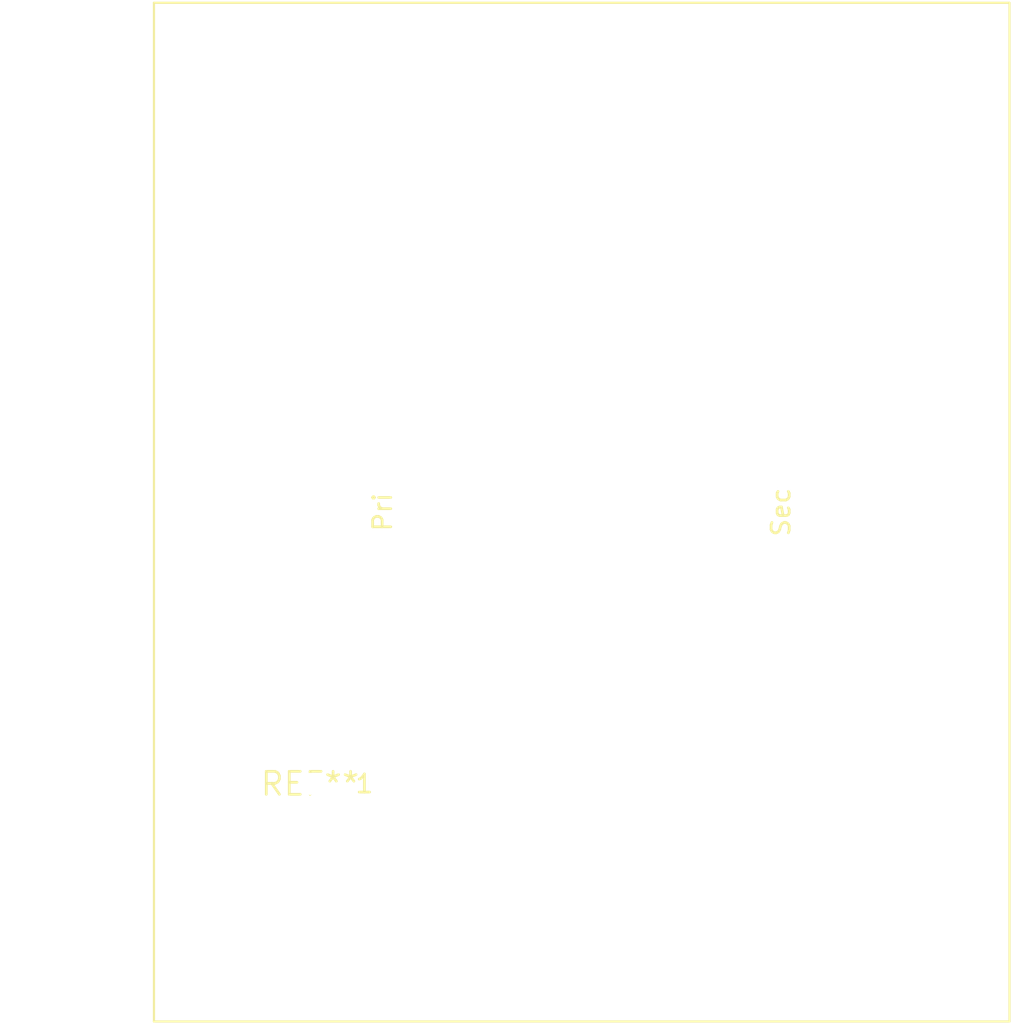
<source format=kicad_pcb>
(kicad_pcb (version 20240108) (generator pcbnew)
  (layers (0 "F.Cu" signal) (31 "B.Cu" signal) (34 "B.Paste" user) (35 "F.Paste" user) (36 "B.SilkS" user "B.Silkscreen") (37 "F.SilkS" user "F.Silkscreen") (38 "B.Mask" user) (39 "F.Mask" user) (44 "Edge.Cuts" user))
  (net 0 "")
  (footprint "Transformer_CHK_EI54-12VA_1xSec" (layer "F.Cu") (at 0 0)
    (property "Reference" "REF**")
    (property "Value" "Transformer_CHK_EI54-12VA_1xSec")
    (fp_line (start -8.62 -43.12) (end -8.62 13.12) (layer "F.SilkS") (stroke (width 0.12)))
    (fp_line (start -8.62 -43.12) (end 38.62 -43.12) (layer "F.SilkS") (stroke (width 0.12)))
    (fp_line (start 38.62 13.12) (end -8.62 13.12) (layer "F.SilkS") (stroke (width 0.12)))
    (fp_line (start 38.62 13.12) (end 38.62 -43.12) (layer "F.SilkS") (stroke (width 0.12)))
    (fp_text user "Pri" (at 4 -15 90) (layer "F.SilkS"))
    (fp_text user "1" (at 3 0 0) (layer "F.SilkS"))
    (fp_text user "Sec" (at 26 -15 90) (layer "F.SilkS"))
    (pad "1" thru_hole circle (at 0 0) (size 3 3) (drill 1.2) (layers *.Cu *.Mask) (remove_unused_layers))
    (pad "2" thru_hole circle (at 0 -5) (size 3 3) (drill 1.2) (layers *.Cu *.Mask) (remove_unused_layers))
    (pad "3" thru_hole circle (at 0 -10) (size 3 3) (drill 1.2) (layers *.Cu *.Mask) (remove_unused_layers))
    (pad "4" thru_hole circle (at 0 -15) (size 3 3) (drill 1.2) (layers *.Cu *.Mask) (remove_unused_layers))
    (pad "5" thru_hole circle (at 0 -20) (size 3 3) (drill 1.2) (layers *.Cu *.Mask) (remove_unused_layers))
    (pad "6" thru_hole circle (at 0 -25) (size 3 3) (drill 1.2) (layers *.Cu *.Mask) (remove_unused_layers))
    (pad "7" thru_hole circle (at 0 -30) (size 3 3) (drill 1.2) (layers *.Cu *.Mask) (remove_unused_layers))
    (pad "8" thru_hole circle (at 30 -30) (size 3 3) (drill 1.2) (layers *.Cu *.Mask) (remove_unused_layers))
    (pad "9" thru_hole circle (at 30 -25) (size 3 3) (drill 1.2) (layers *.Cu *.Mask) (remove_unused_layers))
    (pad "10" thru_hole circle (at 30 -20) (size 3 3) (drill 1.2) (layers *.Cu *.Mask) (remove_unused_layers))
    (pad "11" thru_hole circle (at 30 -15) (size 3 3) (drill 1.2) (layers *.Cu *.Mask) (remove_unused_layers))
    (pad "12" thru_hole circle (at 30 -10) (size 3 3) (drill 1.2) (layers *.Cu *.Mask) (remove_unused_layers))
    (pad "13" thru_hole circle (at 30 -5) (size 3 3) (drill 1.2) (layers *.Cu *.Mask) (remove_unused_layers))
    (pad "14" thru_hole circle (at 30 0) (size 3 3) (drill 1.2) (layers *.Cu *.Mask) (remove_unused_layers))
  )
)
</source>
